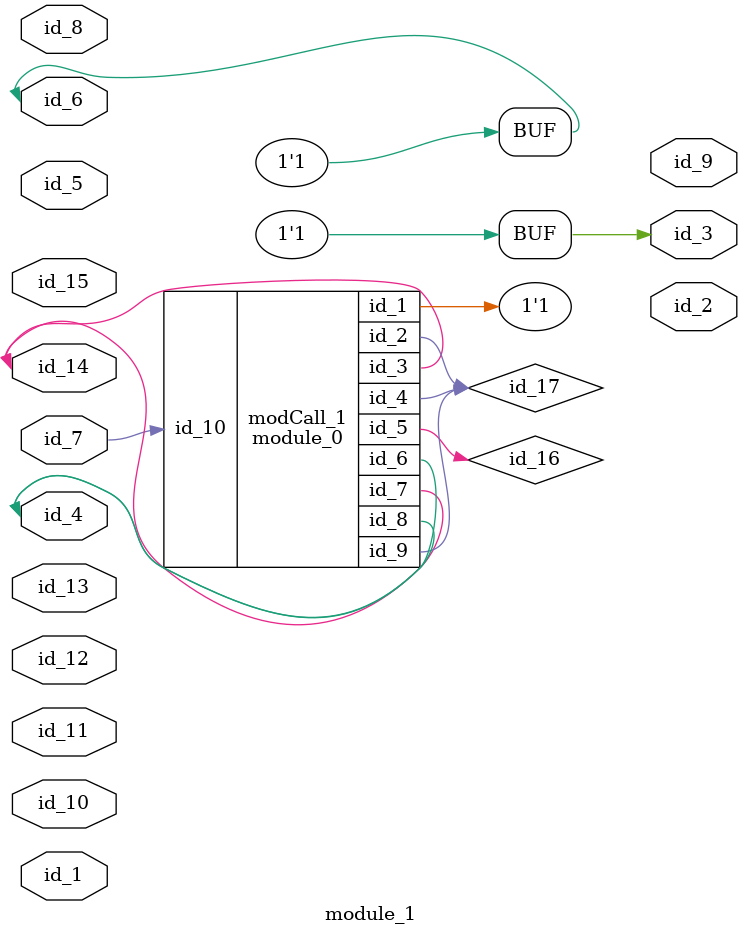
<source format=v>
module module_0 (
    id_1,
    id_2,
    id_3,
    id_4,
    id_5,
    id_6,
    id_7,
    id_8,
    id_9,
    id_10
);
  input wire id_10;
  output wire id_9;
  inout wire id_8;
  inout wire id_7;
  inout wire id_6;
  output wire id_5;
  output wire id_4;
  inout wire id_3;
  output wire id_2;
  inout wire id_1;
  wire id_11;
endmodule
module module_1 (
    id_1,
    id_2,
    id_3,
    id_4,
    id_5,
    id_6,
    id_7,
    id_8,
    id_9,
    id_10,
    id_11,
    id_12,
    id_13,
    id_14,
    id_15
);
  input wire id_15;
  inout wire id_14;
  input wire id_13;
  input wire id_12;
  inout wire id_11;
  input wire id_10;
  output wire id_9;
  input wire id_8;
  input wire id_7;
  inout wire id_6;
  input wire id_5;
  inout wire id_4;
  output wire id_3;
  output wire id_2;
  input wire id_1;
  wire id_16, id_17;
  assign id_6 = -1;
  module_0 modCall_1 (
      id_6,
      id_17,
      id_14,
      id_17,
      id_16,
      id_4,
      id_14,
      id_4,
      id_17,
      id_7
  );
  wire id_18, id_19, id_20;
  assign id_3 = 1;
endmodule

</source>
